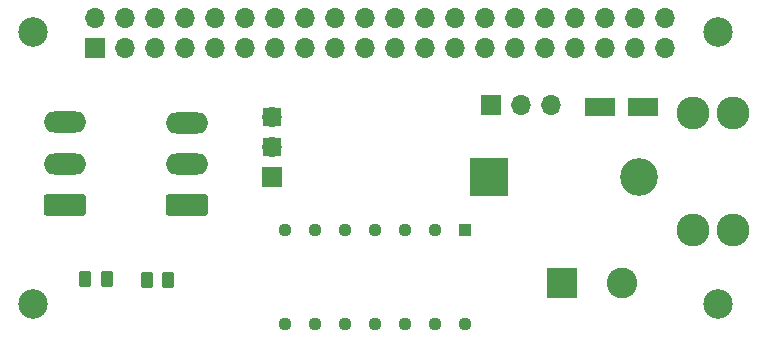
<source format=gts>
%TF.GenerationSoftware,KiCad,Pcbnew,(6.0.4)*%
%TF.CreationDate,2022-04-01T13:13:12+01:00*%
%TF.ProjectId,Basic_2ch_Hat,42617369-635f-4326-9368-5f4861742e6b,rev?*%
%TF.SameCoordinates,Original*%
%TF.FileFunction,Soldermask,Top*%
%TF.FilePolarity,Negative*%
%FSLAX46Y46*%
G04 Gerber Fmt 4.6, Leading zero omitted, Abs format (unit mm)*
G04 Created by KiCad (PCBNEW (6.0.4)) date 2022-04-01 13:13:12*
%MOMM*%
%LPD*%
G01*
G04 APERTURE LIST*
G04 Aperture macros list*
%AMRoundRect*
0 Rectangle with rounded corners*
0 $1 Rounding radius*
0 $2 $3 $4 $5 $6 $7 $8 $9 X,Y pos of 4 corners*
0 Add a 4 corners polygon primitive as box body*
4,1,4,$2,$3,$4,$5,$6,$7,$8,$9,$2,$3,0*
0 Add four circle primitives for the rounded corners*
1,1,$1+$1,$2,$3*
1,1,$1+$1,$4,$5*
1,1,$1+$1,$6,$7*
1,1,$1+$1,$8,$9*
0 Add four rect primitives between the rounded corners*
20,1,$1+$1,$2,$3,$4,$5,0*
20,1,$1+$1,$4,$5,$6,$7,0*
20,1,$1+$1,$6,$7,$8,$9,0*
20,1,$1+$1,$8,$9,$2,$3,0*%
G04 Aperture macros list end*
%ADD10RoundRect,0.250000X1.550000X-0.650000X1.550000X0.650000X-1.550000X0.650000X-1.550000X-0.650000X0*%
%ADD11O,3.600000X1.800000*%
%ADD12R,1.130000X1.130000*%
%ADD13C,1.130000*%
%ADD14R,3.200000X3.200000*%
%ADD15O,3.200000X3.200000*%
%ADD16R,2.600000X2.600000*%
%ADD17C,2.600000*%
%ADD18R,1.700000X1.700000*%
%ADD19O,1.700000X1.700000*%
%ADD20C,2.500000*%
%ADD21RoundRect,0.250000X-0.262500X-0.450000X0.262500X-0.450000X0.262500X0.450000X-0.262500X0.450000X0*%
%ADD22C,2.780000*%
%ADD23R,1.524000X1.524000*%
%ADD24RoundRect,0.250000X-1.050000X-0.550000X1.050000X-0.550000X1.050000X0.550000X-1.050000X0.550000X0*%
G04 APERTURE END LIST*
D10*
%TO.C,J2*%
X167156000Y-39624000D03*
D11*
X167156000Y-36124000D03*
X167156000Y-32624000D03*
%TD*%
D10*
%TO.C,J1*%
X156825700Y-39601300D03*
D11*
X156825700Y-36101300D03*
X156825700Y-32601300D03*
%TD*%
D12*
%TO.C,IC1*%
X190703200Y-41750000D03*
D13*
X188163200Y-41750000D03*
X185623200Y-41750000D03*
X183083200Y-41750000D03*
X180543200Y-41750000D03*
X178003200Y-41750000D03*
X175463200Y-41750000D03*
X175463200Y-49690000D03*
X178003200Y-49690000D03*
X180543200Y-49690000D03*
X183083200Y-49690000D03*
X185623200Y-49690000D03*
X188163200Y-49690000D03*
X190703200Y-49690000D03*
%TD*%
D14*
%TO.C,D20*%
X192735200Y-37185600D03*
D15*
X205435200Y-37185600D03*
%TD*%
D16*
%TO.C,J23*%
X198922000Y-46228200D03*
D17*
X203922000Y-46228200D03*
%TD*%
D18*
%TO.C,JP1*%
X192902600Y-31140400D03*
D19*
X195442600Y-31140400D03*
X197982600Y-31140400D03*
%TD*%
D20*
%TO.C,H4*%
X212095200Y-47960400D03*
%TD*%
%TO.C,H2*%
X212095200Y-24960400D03*
%TD*%
%TO.C,H1*%
X154095200Y-24960400D03*
%TD*%
D21*
%TO.C,R18*%
X158499800Y-45872400D03*
X160324800Y-45872400D03*
%TD*%
D22*
%TO.C,F18*%
X213356800Y-41739200D03*
X209956800Y-41739200D03*
X209956800Y-31819200D03*
X213356800Y-31819200D03*
%TD*%
D23*
%TO.C,U2*%
X174294800Y-32156400D03*
X174294800Y-34696400D03*
X174294800Y-37236400D03*
%TD*%
D24*
%TO.C,C1*%
X202111200Y-31292800D03*
X205711200Y-31292800D03*
%TD*%
D20*
%TO.C,H3*%
X154095200Y-47960400D03*
%TD*%
D18*
%TO.C,J4*%
X174294800Y-37221400D03*
D19*
X174294800Y-34681400D03*
X174294800Y-32141400D03*
%TD*%
D21*
%TO.C,R17*%
X163730300Y-45974000D03*
X165555300Y-45974000D03*
%TD*%
D18*
%TO.C,J3*%
X159312000Y-26314400D03*
D19*
X159312000Y-23774400D03*
X161852000Y-26314400D03*
X161852000Y-23774400D03*
X164392000Y-26314400D03*
X164392000Y-23774400D03*
X166932000Y-26314400D03*
X166932000Y-23774400D03*
X169472000Y-26314400D03*
X169472000Y-23774400D03*
X172012000Y-26314400D03*
X172012000Y-23774400D03*
X174552000Y-26314400D03*
X174552000Y-23774400D03*
X177092000Y-26314400D03*
X177092000Y-23774400D03*
X179632000Y-26314400D03*
X179632000Y-23774400D03*
X182172000Y-26314400D03*
X182172000Y-23774400D03*
X184712000Y-26314400D03*
X184712000Y-23774400D03*
X187252000Y-26314400D03*
X187252000Y-23774400D03*
X189792000Y-26314400D03*
X189792000Y-23774400D03*
X192332000Y-26314400D03*
X192332000Y-23774400D03*
X194872000Y-26314400D03*
X194872000Y-23774400D03*
X197412000Y-26314400D03*
X197412000Y-23774400D03*
X199952000Y-26314400D03*
X199952000Y-23774400D03*
X202492000Y-26314400D03*
X202492000Y-23774400D03*
X205032000Y-26314400D03*
X205032000Y-23774400D03*
X207572000Y-26314400D03*
X207572000Y-23774400D03*
%TD*%
M02*

</source>
